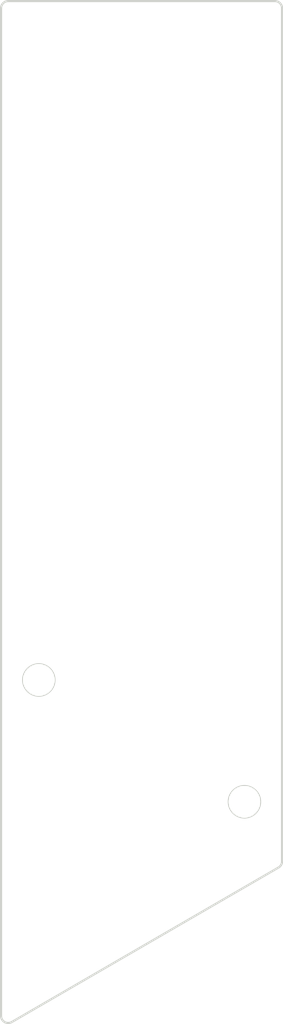
<source format=kicad_pcb>
(kicad_pcb (version 20240108) (generator "ergogen") (generator_version "4.1.0")
  (title_block (title "controller_overlay") (date "2025-05-30") (rev "0.1") (company "huntercook"))
  (layers (0 "F.Cu" signal) (31 "B.Cu" signal) (34 "B.Paste" user) (35 "F.Paste" user) (36 "B.SilkS" user "B.Silkscreen") (37 "F.SilkS" user "F.Silkscreen") (38 "B.Mask" user) (39 "F.Mask" user) (44 "Edge.Cuts" user))
  (net 0 "")
  (footprint "ceoloide:mounting_hole_npth" (layer "F.Cu") (at 167.3553269 156.2080229 0)
    (property "Reference" "MH1" hide)
    (pad "" np_thru_hole circle (at 0 0 0) (size 2.2 2.2) (drill 2.2) (layers "*.Cu" "*.Mask"))
  )
  (footprint "ceoloide:mounting_hole_npth" (layer "F.Cu") (at 181.78732689999998 164.7270229 0)
    (property "Reference" "MH2" hide)
    (pad "" np_thru_hole circle (at 0 0 0) (size 2.2 2.2) (drill 2.2) (layers "*.Cu" "*.Mask"))
  )
  (gr_line (start 164.7063269 179.7023448063304) (end 164.7063269 109.2220229) (layer Edge.Cuts) (stroke (width 0.15)))
  (gr_line (start 165.2063269 108.7220229) (end 183.9263269 108.7220229) (layer Edge.Cuts) (stroke (width 0.15)))
  (gr_line (start 184.4263269 109.2220229) (end 184.4263269 168.89434776729482) (layer Edge.Cuts) (stroke (width 0.15)))
  (gr_line (start 184.17632690000002 169.32736046729482) (end 165.4563269 180.13535750633042) (layer Edge.Cuts) (stroke (width 0.15)))
  (gr_arc (start 165.2063269 108.7220229) (mid 164.85277349999998 108.8684695) (end 164.7063269 109.2220229) (layer Edge.Cuts) (stroke (width 0.15)))
  (gr_arc (start 184.4263269 109.2220229) (mid 184.2798803 108.8684695) (end 183.9263269 108.7220229) (layer Edge.Cuts) (stroke (width 0.15)))
  (gr_arc (start 184.1763269 169.32736046729482) (mid 184.3593396 169.14434776729482) (end 184.4263269 168.89434776729482) (layer Edge.Cuts) (stroke (width 0.15)))
  (gr_arc (start 164.7063269 179.7023448063304) (mid 164.9563269 180.1353575063304) (end 165.4563269 180.1353575063304) (layer Edge.Cuts) (stroke (width 0.15)))
  (gr_circle (center 167.3553269 156.2080229) (end 168.4553269 156.2080229) (layer Edge.Cuts) (stroke (width 0.15)) (fill none))
  (gr_circle (center 181.78732689999998 164.7270229) (end 182.88732689999998 164.7270229) (layer Edge.Cuts) (stroke (width 0.15)) (fill none))
)
</source>
